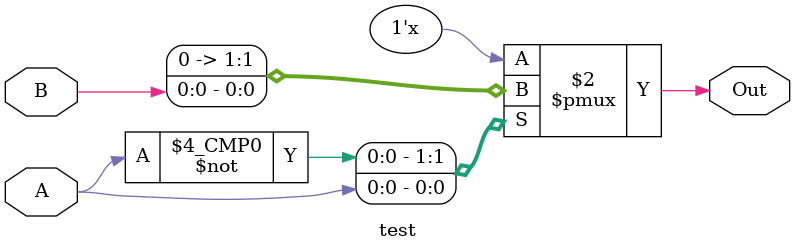
<source format=v>
module part2 (SW, LEDG);
  input [9:0] SW;
  output [9:0] LEDG;

  wire w;
  assign w = SW[1];

  wire Clock;
    DeBounce D0(1, SW[9], SW[8], Clock);
 // assign Clock = SW[0];
  reg z;

  reg [3:0] y_Q, Y_D; // y_Q represents current state, Y_D represents next state
  parameter A = 4'b0000, B = 4'b0001, C = 4'b0010, D = 4'b0011, E = 4'b0100, F = 4'b0101, G = 4'b0110, H = 4'b0111, I = 4'b1000;
  always @(w, y_Q)
  begin: state_table
    case (y_Q)
      A: if (!w) Y_D = B;
        else Y_D = F;
      B: if (!w) Y_D = C;
        else Y_D = F;
      C: if (!w) Y_D = D;
        else Y_D = F;
      D: if (!w) Y_D = E;
        else Y_D = F;
      E: if (!w) Y_D = E;
        else Y_D = F;
      F: if (w) Y_D = G;
        else Y_D = B;
      G: if (w) Y_D = H;
        else Y_D = B;
      H: if (w) Y_D = I;
        else Y_D = B;
      I: if (w) Y_D = I;
        else Y_D = B;
      default: Y_D = 4'bxxxx;
    endcase
  end // state_table
  always @(posedge Clock)
  begin: state_FFs
    y_Q = Y_D;
  end // state_FFS

  always 
  begin: zset
    case (y_Q)
      E: z = 1;
      I: z = 1;
      default: z = 0;
    endcase
  end

  assign LEDG[3:0] = y_Q;
  assign LEDG[7:4] = Y_D;

  assign LEDG[9] = z;

  test t1 (SW[4], SW[3], LEDG[8]);
endmodule


module test (A, B, Out);
  input A, B;
  output reg Out;

  always
    case (A)
      0: Out = 0;
      1: Out = B;
    endcase
endmodule

</source>
